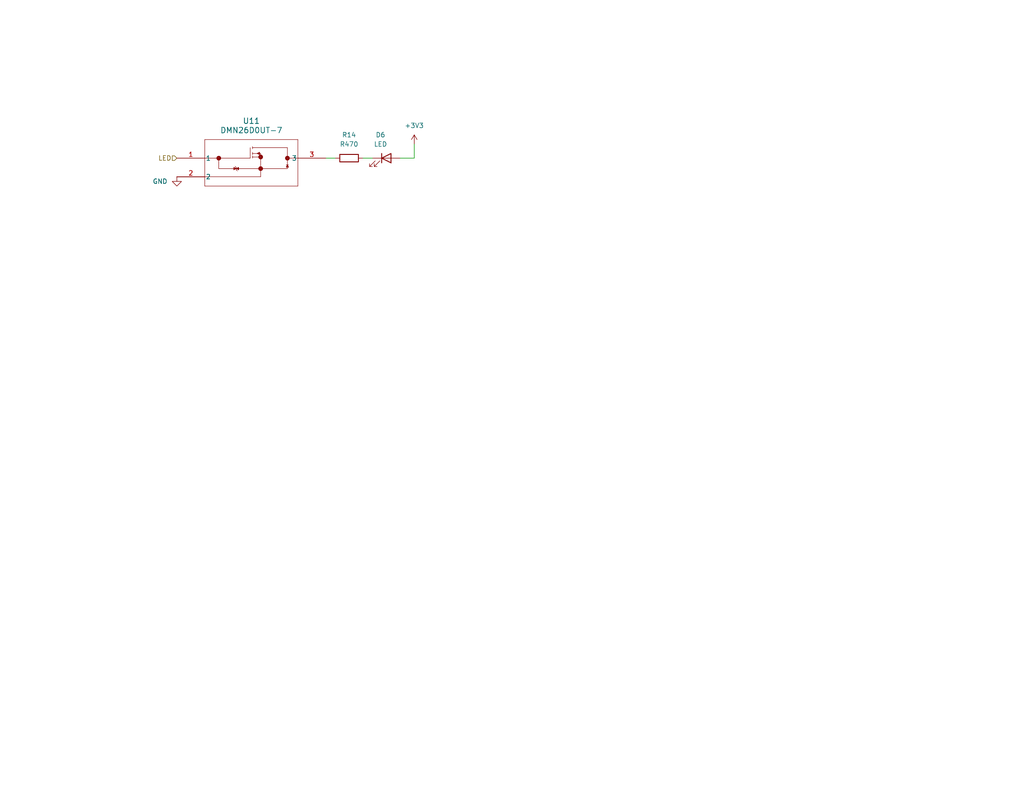
<source format=kicad_sch>
(kicad_sch (version 20250114) (generator "eeschema") (generator_version "9.0")
  (paper "USLetter")
  (title_block (title "LVDS Raspberry Pi Hat for KR260") (date "2025-03-20") (rev "1") (company "MIT") (comment 1 "Noah Paladino"))
  (lib_symbols
    (symbol "DMN26D0UT_7:DMN26D0UT-7" (pin_names (offset 0.254))
      (property "Reference" "U" (at 20.32 10.16 0))
      (property "Value" "DMN26D0UT-7" (at 20.32 7.62 0))
      (symbol "DMN26D0UT-7_0_1"
        (polyline (pts (xy 7.62 5.08) (xy 7.62 -7.62)) (stroke (width 0.127)))
        (polyline (pts (xy 7.62 0) (xy 20.0025 0)) (stroke (width 0.127)))
        (polyline (pts (xy 7.62 -5.08) (xy 22.86 -5.08)) (stroke (width 0.127)))
        (polyline (pts (xy 7.62 -7.62) (xy 33.02 -7.62)) (stroke (width 0.127)))
        (polyline (pts (xy 11.43 0) (xy 11.43 -2.8575)) (stroke (width 0.127)))
        (circle (center 11.43 0) (radius 0.127) (stroke (width 0.508)))
        (polyline (pts (xy 11.43 -2.8575) (xy 15.5575 -2.8575)) (stroke (width 0.127)))
        (polyline (pts (xy 15.5575 -2.54) (xy 15.5575 -3.175)) (stroke (width 0.127)))
        (polyline (pts (xy 15.5575 -3.175) (xy 16.1925 -2.8575)) (stroke (width 0.127)))
        (polyline (pts (xy 16.1925 -2.54) (xy 15.875 -2.2225)) (stroke (width 0.127)))
        (polyline (pts (xy 16.1925 -2.8575) (xy 15.5575 -2.54)) (stroke (width 0.127)))
        (polyline (pts (xy 16.1925 -2.8575) (xy 16.8275 -2.54)) (stroke (width 0.127)))
        (polyline (pts (xy 16.1925 -2.8575) (xy 16.8275 -3.175)) (stroke (width 0.127)))
        (polyline (pts (xy 16.1925 -2.8575) (xy 15.5575 -2.54) (xy 15.5575 -3.175)) (fill (type outline)))
        (polyline (pts (xy 16.1925 -2.8575) (xy 16.8275 -2.54) (xy 16.8275 -3.175)) (fill (type outline)))
        (polyline (pts (xy 16.1925 -3.175) (xy 16.1925 -2.54)) (stroke (width 0.127)))
        (polyline (pts (xy 16.1925 -3.175) (xy 16.51 -3.4925)) (stroke (width 0.127)))
        (polyline (pts (xy 16.8275 -2.8575) (xy 30.1625 -2.8575)) (stroke (width 0.127)))
        (polyline (pts (xy 16.8275 -3.175) (xy 16.8275 -2.54)) (stroke (width 0.127)))
        (polyline (pts (xy 20.0025 0) (xy 20.0025 2.8575)) (stroke (width 0.127)))
        (polyline (pts (xy 20.6375 2.8575) (xy 22.86 2.8575)) (stroke (width 0.127)))
        (polyline (pts (xy 20.6375 2.54) (xy 20.6375 3.175)) (stroke (width 0.127)))
        (polyline (pts (xy 20.6375 1.5875) (xy 20.6375 0.9525)) (stroke (width 0.127)))
        (polyline (pts (xy 20.6375 0.635) (xy 20.6375 0)) (stroke (width 0.127)))
        (polyline (pts (xy 20.6375 0.3175) (xy 22.86 0.3175)) (stroke (width 0.127)))
        (polyline (pts (xy 21.9075 1.27) (xy 20.6375 1.27)) (stroke (width 0.127)))
        (polyline (pts (xy 21.9075 1.27) (xy 22.5425 1.5875)) (stroke (width 0.127)))
        (polyline (pts (xy 21.9075 1.27) (xy 22.5425 0.9525)) (stroke (width 0.127)))
        (polyline (pts (xy 22.5425 0.9525) (xy 22.5425 1.5875)) (stroke (width 0.127)))
        (polyline (pts (xy 22.5425 0.9525) (xy 22.5425 1.5875) (xy 21.9075 1.27)) (fill (type outline)))
        (polyline (pts (xy 22.86 2.8575) (xy 30.1625 2.8575)) (stroke (width 0.127)))
        (polyline (pts (xy 22.86 1.27) (xy 22.5425 1.27)) (stroke (width 0.127)))
        (circle (center 22.86 0.3175) (radius 0.127) (stroke (width 0.508)))
        (circle (center 22.86 -2.8575) (radius 0.127) (stroke (width 0.508)))
        (polyline (pts (xy 22.86 -5.08) (xy 22.86 1.27)) (stroke (width 0.127)))
        (polyline (pts (xy 29.8241 -1.8334) (xy 30.4591 -1.8334)) (stroke (width 0.127)))
        (polyline (pts (xy 29.8241 -2.4684) (xy 30.1416 -1.8334)) (stroke (width 0.127)))
        (polyline (pts (xy 29.8241 -2.4684) (xy 30.4591 -2.4684)) (stroke (width 0.127)))
        (polyline (pts (xy 29.8241 -2.4684) (xy 30.4591 -2.4684) (xy 30.1416 -1.8334)) (fill (type outline)))
        (circle (center 30.1625 0) (radius 0.127) (stroke (width 0.508)))
        (polyline (pts (xy 30.1625 -0.635) (xy 30.1625 2.8575)) (stroke (width 0.127)))
        (polyline (pts (xy 30.1625 -0.635) (xy 30.1625 -1.905)) (stroke (width 0.127)))
        (polyline (pts (xy 30.1625 -2.54) (xy 30.1625 -2.8575)) (stroke (width 0.127)))
        (polyline (pts (xy 30.4591 -2.4684) (xy 30.1416 -1.8334)) (stroke (width 0.127)))
        (polyline (pts (xy 33.02 5.08) (xy 7.62 5.08)) (stroke (width 0.127)))
        (polyline (pts (xy 33.02 0) (xy 30.1625 0)) (stroke (width 0.127)))
        (polyline (pts (xy 33.02 -7.62) (xy 33.02 5.08)) (stroke (width 0.127)))
        (pin unspecified line (at 0 0 0) (length 7.62) (name "1") (number "1"))
        (pin unspecified line (at 0 -5.08 0) (length 7.62) (name "2") (number "2"))
        (pin unspecified line (at 40.64 0 180) (length 7.62) (name "3") (number "3"))
      )
    )
    (symbol "Device:LED" (pin_numbers (hide yes)) (pin_names (offset 1.016) (hide yes))
      (property "Reference" "D" (at 0 2.54 0))
      (property "Value" "LED" (at 0 -2.54 0))
      (symbol "LED_0_1"
        (polyline (pts (xy -3.048 -0.762) (xy -4.572 -2.286) (xy -3.81 -2.286) (xy -4.572 -2.286) (xy -4.572 -1.524)))
        (polyline (pts (xy -1.778 -0.762) (xy -3.302 -2.286) (xy -2.54 -2.286) (xy -3.302 -2.286) (xy -3.302 -1.524)))
        (polyline (pts (xy -1.27 0) (xy 1.27 0)))
        (polyline (pts (xy -1.27 -1.27) (xy -1.27 1.27)) (stroke (width 0.254)))
        (polyline (pts (xy 1.27 -1.27) (xy 1.27 1.27) (xy -1.27 0) (xy 1.27 -1.27)) (stroke (width 0.254)))
      )
      (symbol "LED_1_1"
        (pin passive line (at -3.81 0 0) (length 2.54) (name "K") (number "1"))
        (pin passive line (at 3.81 0 180) (length 2.54) (name "A") (number "2"))
      )
    )
    (symbol "Device:R" (pin_numbers (hide yes)) (pin_names (offset 0))
      (property "Reference" "R" (at 2.032 0 90))
      (property "Value" "R" (at 0 0 90))
      (symbol "R_0_1"
        (rectangle (start -1.016 -2.54) (end 1.016 2.54) (stroke (width 0.254)))
      )
      (symbol "R_1_1"
        (pin passive line (at 0 3.81 270) (length 1.27) (name "~") (number "1"))
        (pin passive line (at 0 -3.81 90) (length 1.27) (name "~") (number "2"))
      )
    )
    (symbol "power:+3V3" (power) (pin_numbers (hide yes)) (pin_names (offset 0) (hide yes))
      (property "Value" "+3V3" (at 0 3.556 0))
      (symbol "+3V3_0_1"
        (polyline (pts (xy -0.762 1.27) (xy 0 2.54)))
        (polyline (pts (xy 0 2.54) (xy 0.762 1.27)))
        (polyline (pts (xy 0 0) (xy 0 2.54)))
      )
      (symbol "+3V3_1_1"
        (pin power_in line (at 0 0 90) (length 0) (name "~") (number "1"))
      )
    )
    (symbol "power:GND" (power) (pin_numbers (hide yes)) (pin_names (offset 0) (hide yes))
      (property "Value" "GND" (at 0 -3.81 0))
      (symbol "GND_0_1"
        (polyline (pts (xy 0 0) (xy 0 -1.27) (xy 1.27 -1.27) (xy 0 -2.54) (xy -1.27 -1.27) (xy 0 -1.27)))
      )
      (symbol "GND_1_1"
        (pin power_in line (at 0 0 270) (length 0) (name "~") (number "1"))
      )
    )
  )
  (wire (pts (xy 101.6 43.18) (xy 99.06 43.18)))
  (wire (pts (xy 113.03 43.18) (xy 113.03 39.37)))
  (wire (pts (xy 109.22 43.18) (xy 113.03 43.18)))
  (wire (pts (xy 91.44 43.18) (xy 88.9 43.18)))
  (hierarchical_label "LED" (shape input) (at 48.26 43.18 180))
  (symbol (lib_id "Device:LED") (at 105.41 43.18 0) (unit 1)
    (property "Reference" "D1" (at 103.8225 36.83 0))
    (property "Value" "LED" (at 103.8225 39.37 0))
    (property "Footprint" "LED_SMD:LED_0402_1005Metric_Pad0.77x0.64mm_HandSolder" (effects (hide yes)))
    (property "Description" "Light emitting diode" (effects (hide yes)))
    (property "Sim.Pins" "1=K 2=A" (effects (hide yes)))
    (instances (project "LVDS_RasPi_Hat" (path "" (reference "D6") (unit 1)) (path "" (reference "D2") (unit 1)) (path "" (reference "D8") (unit 1)) (path "" (reference "D4") (unit 1)) (path "" (reference "D1") (unit 1)) (path "" (reference "D7") (unit 1)) (path "" (reference "D5") (unit 1)) (path "" (reference "D3") (unit 1))))
  )
  (symbol (lib_id "Device:R") (at 95.25 43.18 90) (unit 1)
    (property "Reference" "R9" (at 95.25 36.83 90))
    (property "Value" "R470" (at 95.25 39.37 90))
    (property "Footprint" "Resistor_SMD:R_0402_1005Metric_Pad0.72x0.64mm_HandSolder" (effects (hide yes)))
    (property "Description" "Resistor" (effects (hide yes)))
    (instances (project "LVDS_RasPi_Hat" (path "" (reference "R14") (unit 1)) (path "" (reference "R10") (unit 1)) (path "" (reference "R16") (unit 1)) (path "" (reference "R12") (unit 1)) (path "" (reference "R9") (unit 1)) (path "" (reference "R15") (unit 1)) (path "" (reference "R13") (unit 1)) (path "" (reference "R11") (unit 1))))
  )
  (symbol (lib_id "power:GND") (at 48.26 48.26 0) (unit 1)
    (property "Reference" "#PWR012" (effects (hide yes)))
    (property "Value" "GND" (at 45.72 49.5299 0) (effects (justify right)))
    (property "Description" "Power symbol creates a global label with name \"GND\" , ground" (effects (hide yes)))
    (instances (project "LVDS_RasPi_Hat" (path "" (reference "#PWR022") (unit 1)) (path "" (reference "#PWR014") (unit 1)) (path "" (reference "#PWR026") (unit 1)) (path "" (reference "#PWR018") (unit 1)) (path "" (reference "#PWR012") (unit 1)) (path "" (reference "#PWR024") (unit 1)) (path "" (reference "#PWR020") (unit 1)) (path "" (reference "#PWR016") (unit 1))))
  )
  (symbol (lib_id "power:+3V3") (at 113.03 39.37 0) (unit 1)
    (property "Reference" "#PWR013" (effects (hide yes)))
    (property "Value" "+3V3" (at 113.03 34.29 0))
    (property "Description" "Power symbol creates a global label with name \"+3V3\"" (effects (hide yes)))
    (instances (project "LVDS_RasPi_Hat" (path "" (reference "#PWR023") (unit 1)) (path "" (reference "#PWR015") (unit 1)) (path "" (reference "#PWR027") (unit 1)) (path "" (reference "#PWR019") (unit 1)) (path "" (reference "#PWR013") (unit 1)) (path "" (reference "#PWR025") (unit 1)) (path "" (reference "#PWR021") (unit 1)) (path "" (reference "#PWR017") (unit 1))))
  )
  (symbol (lib_id "DMN26D0UT_7:DMN26D0UT-7") (at 48.26 43.18 0) (unit 1)
    (property "Reference" "U6" (at 68.58 33.02 0) (effects (font (size 1.524 1.524))))
    (property "Value" "DMN26D0UT-7" (at 68.58 35.56 0) (effects (font (size 1.524 1.524))))
    (property "Footprint" "DMN26D0UT_7:DMN26D0UT-7_PER" (effects (hide yes)))
    (property "Datasheet" "DMN26D0UT-7" (effects (hide yes)))
    (instances (project "LVDS_RasPi_Hat" (path "" (reference "U11") (unit 1)) (path "" (reference "U7") (unit 1)) (path "" (reference "U13") (unit 1)) (path "" (reference "U9") (unit 1)) (path "" (reference "U6") (unit 1)) (path "" (reference "U12") (unit 1)) (path "" (reference "U10") (unit 1)) (path "" (reference "U8") (unit 1))))
  )
)
</source>
